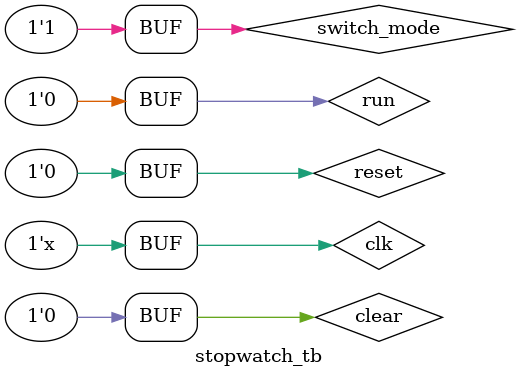
<source format=v>
`timescale 1ns/1ps

module stopwatch_tb;

    reg clk, reset, run, clear, switch_mode;
    wire [6:0] msec;
    wire [5:0] sec;
    wire [5:0] min;
    wire [4:0] hour;
    wire [3:0] fnd_comm;
    wire [7:0] fnd_font;

    stopwatch_DP dut(
    .clk(clk),
    .reset(reset),
    .clear(clear),
    .run(run),
    .msec(msec),
    .sec(sec),
    .min(min),
    .hour(hour)
    );

    fnd_controller dut1(
    .clk(clk), 
    .reset(reset),
    .switch_mode(switch_mode),
    .msec(msec),
    .sec(sec),
    .min(min),
    .hour(hour),
    .fnd_font(fnd_font),
    .fnd_comm(fnd_comm)
);

    // Clock generation
    always #5 clk = ~clk;

    // Test procedure
    initial begin
    clear = 1;
    clk = 0;
    reset = 0;
    run = 0;
    switch_mode = 0;

        reset = 1;
        #10 reset = 0; 
        #10 clear = 0; 

        run = 1;
        #5_000_000;  

        switch_mode = 1;
        #100;  

        run = 0;
        #500;

        reset = 1;
        #10 reset = 0;
    end

endmodule

</source>
